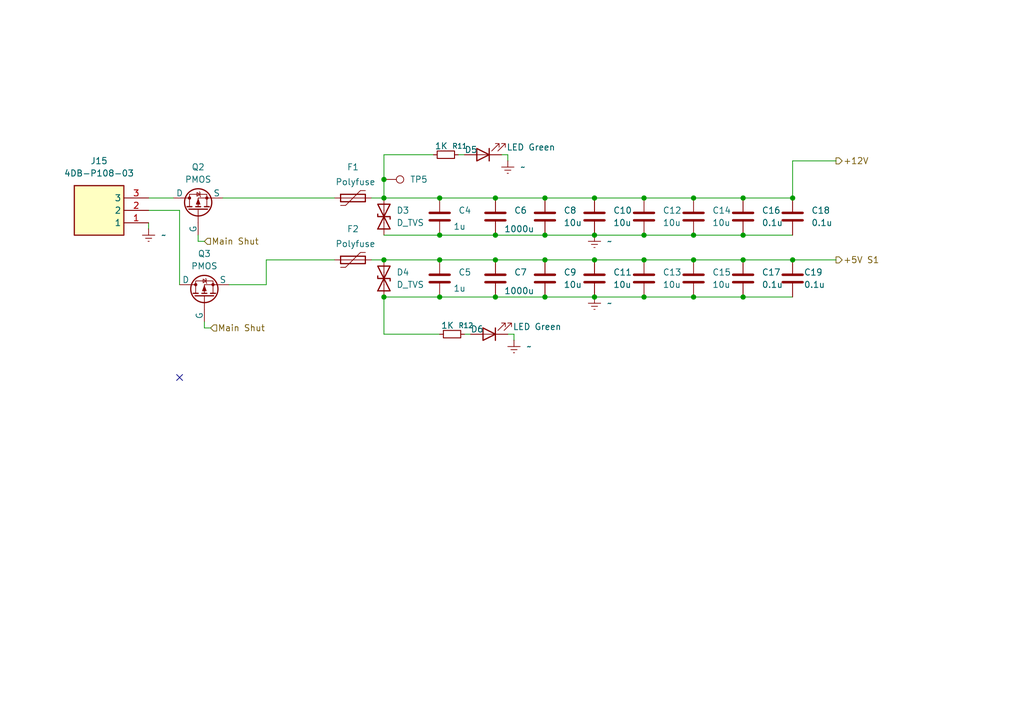
<source format=kicad_sch>
(kicad_sch (version 20250114) (generator "eeschema") (generator_version "9.0")
  (paper "A5")
  (lib_symbols
    (symbol "4DB-P108-03:4DB-P108-03"
      (property "Reference" "J" (at 16.51 7.62 0))
      (property "Value" "4DB-P108-03" (at 16.51 5.08 0))
      (symbol "4DB-P108-03_1_1"
        (rectangle (start 5.08 2.54) (end 15.24 -7.62) (stroke (width 0.254)) (fill (type background)))
        (pin passive line (at 0 0 0) (length 5.08) (name "1") (number "1"))
        (pin passive line (at 0 -2.54 0) (length 5.08) (name "2") (number "2"))
        (pin passive line (at 0 -5.08 0) (length 5.08) (name "3") (number "3"))
      )
    )
    (symbol "Connector:TestPoint" (pin_numbers (hide yes)) (pin_names (offset 0.762) (hide yes))
      (property "Reference" "TP" (at 0 6.858 0))
      (property "Value" "TestPoint" (at 0 5.08 0))
      (symbol "TestPoint_0_1"
        (circle (center 0 3.302) (radius 0.762))
      )
      (symbol "TestPoint_1_1"
        (pin passive line (at 0 0 90) (length 2.54) (name "1") (number "1"))
      )
    )
    (symbol "Device:C" (pin_numbers (hide yes)) (pin_names (offset 0.254))
      (property "Reference" "C" (at 0.635 2.54 0))
      (property "Value" "C" (at 0.635 -2.54 0))
      (symbol "C_0_1"
        (polyline (pts (xy -2.032 0.762) (xy 2.032 0.762)) (stroke (width 0.508)))
        (polyline (pts (xy -2.032 -0.762) (xy 2.032 -0.762)) (stroke (width 0.508)))
      )
      (symbol "C_1_1"
        (pin passive line (at 0 3.81 270) (length 2.794) (name "~") (number "1"))
        (pin passive line (at 0 -3.81 90) (length 2.794) (name "~") (number "2"))
      )
    )
    (symbol "Device:D_TVS" (pin_numbers (hide yes)) (pin_names (offset 1.016) (hide yes))
      (property "Reference" "D" (at 0 2.54 0))
      (property "Value" "D_TVS" (at 0 -2.54 0))
      (symbol "D_TVS_0_1"
        (polyline (pts (xy -2.54 1.27) (xy -2.54 -1.27) (xy 2.54 1.27) (xy 2.54 -1.27) (xy -2.54 1.27)) (stroke (width 0.254)))
        (polyline (pts (xy 0.508 1.27) (xy 0 1.27) (xy 0 -1.27) (xy -0.508 -1.27)) (stroke (width 0.254)))
        (polyline (pts (xy 1.27 0) (xy -1.27 0)))
      )
      (symbol "D_TVS_1_1"
        (pin passive line (at -3.81 0 0) (length 2.54) (name "A1") (number "1"))
        (pin passive line (at 3.81 0 180) (length 2.54) (name "A2") (number "2"))
      )
    )
    (symbol "Device:LED" (pin_numbers (hide yes)) (pin_names (offset 1.016) (hide yes))
      (property "Reference" "D" (at 0 2.54 0))
      (property "Value" "LED" (at 0 -2.54 0))
      (symbol "LED_0_1"
        (polyline (pts (xy -3.048 -0.762) (xy -4.572 -2.286) (xy -3.81 -2.286) (xy -4.572 -2.286) (xy -4.572 -1.524)))
        (polyline (pts (xy -1.778 -0.762) (xy -3.302 -2.286) (xy -2.54 -2.286) (xy -3.302 -2.286) (xy -3.302 -1.524)))
        (polyline (pts (xy -1.27 0) (xy 1.27 0)))
        (polyline (pts (xy -1.27 -1.27) (xy -1.27 1.27)) (stroke (width 0.254)))
        (polyline (pts (xy 1.27 -1.27) (xy 1.27 1.27) (xy -1.27 0) (xy 1.27 -1.27)) (stroke (width 0.254)))
      )
      (symbol "LED_1_1"
        (pin passive line (at -3.81 0 0) (length 2.54) (name "K") (number "1"))
        (pin passive line (at 3.81 0 180) (length 2.54) (name "A") (number "2"))
      )
    )
    (symbol "Device:Polyfuse" (pin_numbers (hide yes)) (pin_names (offset 0))
      (property "Reference" "F" (at -2.54 0 90))
      (property "Value" "Polyfuse" (at 2.54 0 90))
      (symbol "Polyfuse_0_1"
        (polyline (pts (xy -1.524 2.54) (xy -1.524 1.524) (xy 1.524 -1.524) (xy 1.524 -2.54)))
        (rectangle (start -0.762 2.54) (end 0.762 -2.54) (stroke (width 0.254)))
        (polyline (pts (xy 0 2.54) (xy 0 -2.54)))
      )
      (symbol "Polyfuse_1_1"
        (pin passive line (at 0 3.81 270) (length 1.27) (name "~") (number "1"))
        (pin passive line (at 0 -3.81 90) (length 1.27) (name "~") (number "2"))
      )
    )
    (symbol "Device:R_Small" (pin_numbers (hide yes)) (pin_names (offset 0.254) (hide yes))
      (property "Reference" "R" (at 0 0 90))
      (property "Value" "R_Small" (at 1.778 0 90))
      (symbol "R_Small_0_1"
        (rectangle (start -0.762 1.778) (end 0.762 -1.778) (stroke (width 0.2032)))
      )
      (symbol "R_Small_1_1"
        (pin passive line (at 0 2.54 270) (length 0.762) (name "~") (number "1"))
        (pin passive line (at 0 -2.54 90) (length 0.762) (name "~") (number "2"))
      )
    )
    (symbol "Simulation_SPICE:PMOS" (pin_numbers (hide yes)) (pin_names (offset 0))
      (property "Reference" "Q" (at 5.08 1.27 0))
      (property "Value" "PMOS" (at 5.08 -1.27 0))
      (symbol "PMOS_0_1"
        (polyline (pts (xy 0.254 1.905) (xy 0.254 -1.905)) (stroke (width 0.254)))
        (polyline (pts (xy 0.254 0) (xy -2.54 0)))
        (polyline (pts (xy 0.762 2.286) (xy 0.762 1.27)) (stroke (width 0.254)))
        (polyline (pts (xy 0.762 1.778) (xy 3.302 1.778) (xy 3.302 -1.778) (xy 0.762 -1.778)))
        (polyline (pts (xy 0.762 0.508) (xy 0.762 -0.508)) (stroke (width 0.254)))
        (polyline (pts (xy 0.762 -1.27) (xy 0.762 -2.286)) (stroke (width 0.254)))
        (circle (center 1.651 0) (radius 2.794) (stroke (width 0.254)))
        (polyline (pts (xy 2.286 0) (xy 1.27 0.381) (xy 1.27 -0.381) (xy 2.286 0)) (fill (type outline)))
        (polyline (pts (xy 2.54 2.54) (xy 2.54 1.778)))
        (circle (center 2.54 1.778) (radius 0.254) (fill (type outline)))
        (circle (center 2.54 -1.778) (radius 0.254) (fill (type outline)))
        (polyline (pts (xy 2.54 -2.54) (xy 2.54 0) (xy 0.762 0)))
        (polyline (pts (xy 2.794 -0.508) (xy 2.921 -0.381) (xy 3.683 -0.381) (xy 3.81 -0.254)))
        (polyline (pts (xy 3.302 -0.381) (xy 2.921 0.254) (xy 3.683 0.254) (xy 3.302 -0.381)))
      )
      (symbol "PMOS_1_1"
        (pin input line (at -5.08 0 0) (length 2.54) (name "G") (number "2"))
        (pin passive line (at 2.54 5.08 270) (length 2.54) (name "D") (number "1"))
        (pin passive line (at 2.54 -5.08 90) (length 2.54) (name "S") (number "3"))
      )
    )
    (symbol "power:Earth" (power) (pin_numbers (hide yes)) (pin_names (offset 0) (hide yes))
      (property "Value" "Earth" (at 0 -3.81 0))
      (symbol "Earth_0_1"
        (polyline (pts (xy -0.635 -1.905) (xy 0.635 -1.905)))
        (polyline (pts (xy -0.127 -2.54) (xy 0.127 -2.54)))
        (polyline (pts (xy 0 -1.27) (xy 0 0)))
        (polyline (pts (xy 1.27 -1.27) (xy -1.27 -1.27)))
      )
      (symbol "Earth_1_1"
        (pin power_in line (at 0 0 270) (length 0) (name "~") (number "1"))
      )
    )
  )
  (junction (at 152.4 48.26))
  (junction (at 142.24 40.64))
  (junction (at 90.17 40.64))
  (junction (at 121.92 60.96))
  (junction (at 78.74 36.83))
  (junction (at 111.76 60.96))
  (junction (at 152.4 40.64))
  (junction (at 121.92 53.34))
  (junction (at 132.08 48.26))
  (junction (at 142.24 60.96))
  (junction (at 162.56 53.34))
  (junction (at 111.76 40.64))
  (junction (at 101.6 60.96))
  (junction (at 132.08 40.64))
  (junction (at 90.17 53.34))
  (junction (at 152.4 53.34))
  (junction (at 101.6 48.26))
  (junction (at 152.4 60.96))
  (junction (at 121.92 48.26))
  (junction (at 162.56 40.64))
  (junction (at 142.24 53.34))
  (junction (at 142.24 48.26))
  (junction (at 101.6 53.34))
  (junction (at 78.74 53.34))
  (junction (at 90.17 48.26))
  (junction (at 111.76 53.34))
  (junction (at 121.92 40.64))
  (junction (at 111.76 48.26))
  (junction (at 78.74 60.96))
  (junction (at 101.6 40.64))
  (junction (at 132.08 60.96))
  (junction (at 132.08 53.34))
  (junction (at 78.74 40.64))
  (junction (at 90.17 60.96))
  (no_connect (at 36.83 77.47))
  (wire (pts (xy 76.2 40.64) (xy 78.74 40.64)))
  (wire (pts (xy 111.76 60.96) (xy 121.92 60.96)))
  (wire (pts (xy 111.76 48.26) (xy 121.92 48.26)))
  (wire (pts (xy 78.74 31.75) (xy 88.9 31.75)))
  (wire (pts (xy 132.08 60.96) (xy 142.24 60.96)))
  (wire (pts (xy 101.6 60.96) (xy 90.17 60.96)))
  (wire (pts (xy 111.76 60.96) (xy 101.6 60.96)))
  (wire (pts (xy 152.4 40.64) (xy 162.56 40.64)))
  (wire (pts (xy 45.72 40.64) (xy 68.58 40.64)))
  (wire (pts (xy 36.83 43.18) (xy 36.83 58.42)))
  (wire (pts (xy 95.25 68.58) (xy 96.52 68.58)))
  (wire (pts (xy 152.4 60.96) (xy 162.56 60.96)))
  (wire (pts (xy 111.76 48.26) (xy 101.6 48.26)))
  (wire (pts (xy 30.48 40.64) (xy 35.56 40.64)))
  (wire (pts (xy 30.48 43.18) (xy 36.83 43.18)))
  (wire (pts (xy 132.08 40.64) (xy 121.92 40.64)))
  (wire (pts (xy 162.56 53.34) (xy 152.4 53.34)))
  (wire (pts (xy 54.61 53.34) (xy 54.61 58.42)))
  (wire (pts (xy 93.98 31.75) (xy 95.25 31.75)))
  (wire (pts (xy 152.4 40.64) (xy 142.24 40.64)))
  (wire (pts (xy 78.74 53.34) (xy 90.17 53.34)))
  (wire (pts (xy 105.41 68.58) (xy 104.14 68.58)))
  (wire (pts (xy 78.74 48.26) (xy 90.17 48.26)))
  (wire (pts (xy 152.4 53.34) (xy 142.24 53.34)))
  (wire (pts (xy 41.91 66.04) (xy 41.91 67.31)))
  (wire (pts (xy 162.56 33.02) (xy 171.45 33.02)))
  (wire (pts (xy 142.24 53.34) (xy 132.08 53.34)))
  (wire (pts (xy 121.92 40.64) (xy 111.76 40.64)))
  (wire (pts (xy 132.08 53.34) (xy 121.92 53.34)))
  (wire (pts (xy 40.64 49.53) (xy 41.91 49.53)))
  (wire (pts (xy 90.17 40.64) (xy 101.6 40.64)))
  (wire (pts (xy 121.92 48.26) (xy 132.08 48.26)))
  (wire (pts (xy 132.08 48.26) (xy 142.24 48.26)))
  (wire (pts (xy 41.91 67.31) (xy 43.18 67.31)))
  (wire (pts (xy 111.76 40.64) (xy 101.6 40.64)))
  (wire (pts (xy 162.56 53.34) (xy 171.45 53.34)))
  (wire (pts (xy 30.48 45.72) (xy 30.48 46.99)))
  (wire (pts (xy 162.56 40.64) (xy 162.56 33.02)))
  (wire (pts (xy 104.14 33.02) (xy 104.14 31.75)))
  (wire (pts (xy 76.2 53.34) (xy 78.74 53.34)))
  (wire (pts (xy 121.92 53.34) (xy 111.76 53.34)))
  (wire (pts (xy 78.74 36.83) (xy 78.74 31.75)))
  (wire (pts (xy 90.17 68.58) (xy 78.74 68.58)))
  (wire (pts (xy 121.92 60.96) (xy 132.08 60.96)))
  (wire (pts (xy 142.24 40.64) (xy 132.08 40.64)))
  (wire (pts (xy 152.4 48.26) (xy 162.56 48.26)))
  (wire (pts (xy 142.24 60.96) (xy 152.4 60.96)))
  (wire (pts (xy 105.41 69.85) (xy 105.41 68.58)))
  (wire (pts (xy 111.76 53.34) (xy 101.6 53.34)))
  (wire (pts (xy 40.64 49.53) (xy 40.64 48.26)))
  (wire (pts (xy 101.6 48.26) (xy 90.17 48.26)))
  (wire (pts (xy 78.74 68.58) (xy 78.74 60.96)))
  (wire (pts (xy 78.74 60.96) (xy 90.17 60.96)))
  (wire (pts (xy 78.74 40.64) (xy 90.17 40.64)))
  (wire (pts (xy 90.17 53.34) (xy 101.6 53.34)))
  (wire (pts (xy 54.61 58.42) (xy 46.99 58.42)))
  (wire (pts (xy 54.61 53.34) (xy 68.58 53.34)))
  (wire (pts (xy 142.24 48.26) (xy 152.4 48.26)))
  (wire (pts (xy 104.14 31.75) (xy 102.87 31.75)))
  (wire (pts (xy 78.74 40.64) (xy 78.74 36.83)))
  (hierarchical_label "Main Shut" (shape input) (at 43.18 67.31 0))
  (hierarchical_label "+5V S1" (shape output) (at 171.45 53.34 0))
  (hierarchical_label "Main Shut" (shape input) (at 41.91 49.53 0))
  (hierarchical_label "+12V" (shape output) (at 171.45 33.02 0))
  (symbol (lib_id "Device:R_Small") (at 91.44 31.75 270) (mirror x) (unit 1)
    (property "Reference" "R11" (at 92.71 29.972 90) (effects (font (size 1.016 1.016)) (justify left)))
    (property "Value" "1K" (at 89.154 29.972 90) (effects (justify left)))
    (property "Footprint" "Resistor_SMD:R_0603_1608Metric" (effects (hide yes)))
    (property "Description" "Resistor, small symbol" (effects (hide yes)))
  )
  (symbol (lib_id "Device:C") (at 90.17 44.45 0) (unit 1)
    (property "Reference" "C4" (at 93.98 43.1799 0) (effects (justify left)))
    (property "Value" "1u" (at 92.964 46.482 0) (effects (justify left)))
    (property "Footprint" "Capacitor_SMD:C_0603_1608Metric" (effects (hide yes)))
    (property "Description" "Unpolarized capacitor" (effects (hide yes)))
  )
  (symbol (lib_id "power:Earth") (at 30.48 46.99 0) (unit 1)
    (property "Reference" "#PWR030" (effects (hide yes)))
    (property "Value" "~" (at 33.02 48.26 0) (effects (justify left)))
    (property "Description" "Power symbol creates a global label with name \"Earth\"" (effects (hide yes)))
  )
  (symbol (lib_id "Device:C") (at 121.92 44.45 0) (unit 1)
    (property "Reference" "C10" (at 125.73 43.1799 0) (effects (justify left)))
    (property "Value" "10u" (at 125.73 45.7199 0) (effects (justify left)))
    (property "Footprint" "Capacitor_SMD:C_0603_1608Metric" (effects (hide yes)))
    (property "Description" "Unpolarized capacitor" (effects (hide yes)))
  )
  (symbol (lib_id "Device:LED") (at 100.33 68.58 180) (unit 1)
    (property "Reference" "D6" (at 96.52 67.564 0) (effects (justify right)))
    (property "Value" "LED Green" (at 105.156 67.056 0) (effects (justify right)))
    (property "Footprint" "LED_SMD:LED_0603_1608Metric" (effects (hide yes)))
    (property "Datasheet" "http://optoelectronics.liteon.com/upload/download/DS22-2000-226/LTST-S270KGKT.pdf" (effects (hide yes)))
    (property "Field4" "Digikey " (effects (hide yes)))
    (property "Field5" "LTST-S270KGKT" (effects (hide yes)))
    (property "Field6" "SML-A12M8TT86N" (effects (hide yes)))
    (property "Field7" "Rohm" (effects (hide yes)))
    (property "Field8" "650263301" (effects (hide yes)))
    (property "Part Description" "	Green 572nm LED Indication - Discrete 2.2V 2-SMD, No Lead" (effects (hide yes)))
  )
  (symbol (lib_id "Device:C") (at 152.4 57.15 0) (unit 1)
    (property "Reference" "C17" (at 156.21 55.8799 0) (effects (justify left)))
    (property "Value" "0.1u" (at 156.21 58.4199 0) (effects (justify left)))
    (property "Footprint" "Capacitor_SMD:C_0603_1608Metric" (effects (hide yes)))
    (property "Description" "Unpolarized capacitor" (effects (hide yes)))
  )
  (symbol (lib_id "Simulation_SPICE:PMOS") (at 41.91 60.96 90) (unit 1)
    (property "Reference" "Q3" (at 41.91 52.07 90))
    (property "Value" "PMOS" (at 41.91 54.61 90))
    (property "Footprint" "IRF7425TRPBF:SOIC127P600X175-8N" (effects (hide yes)))
    (property "Datasheet" "https://ngspice.sourceforge.io/docs/ngspice-html-manual/manual.xhtml#cha_MOSFETs" (effects (hide yes)))
    (property "Description" "P-MOSFET transistor, drain/source/gate" (effects (hide yes)))
    (property "Sim.Device" "PMOS" (effects (hide yes)))
    (property "Sim.Type" "VDMOS" (effects (hide yes)))
    (property "Sim.Pins" "1=D 2=G 3=S" (effects (hide yes)))
  )
  (symbol (lib_id "Device:C") (at 121.92 57.15 0) (unit 1)
    (property "Reference" "C11" (at 125.73 55.8799 0) (effects (justify left)))
    (property "Value" "10u" (at 125.73 58.4199 0) (effects (justify left)))
    (property "Footprint" "Capacitor_SMD:C_0603_1608Metric" (effects (hide yes)))
    (property "Description" "Unpolarized capacitor" (effects (hide yes)))
  )
  (symbol (lib_id "Device:C") (at 162.56 44.45 0) (unit 1)
    (property "Reference" "C18" (at 166.37 43.1799 0) (effects (justify left)))
    (property "Value" "0.1u" (at 166.37 45.7199 0) (effects (justify left)))
    (property "Footprint" "Capacitor_SMD:C_0603_1608Metric" (effects (hide yes)))
    (property "Description" "Unpolarized capacitor" (effects (hide yes)))
  )
  (symbol (lib_id "Device:C") (at 111.76 44.45 0) (unit 1)
    (property "Reference" "C8" (at 115.57 43.1799 0) (effects (justify left)))
    (property "Value" "10u" (at 115.57 45.7199 0) (effects (justify left)))
    (property "Footprint" "Capacitor_SMD:C_0603_1608Metric" (effects (hide yes)))
    (property "Description" "Unpolarized capacitor" (effects (hide yes)))
  )
  (symbol (lib_id "Device:C") (at 101.6 57.15 0) (unit 1)
    (property "Reference" "C7" (at 105.41 55.8799 0) (effects (justify left)))
    (property "Value" "1000u" (at 103.378 59.69 0) (effects (justify left)))
    (property "Footprint" "Capacitor_SMD:C_0603_1608Metric" (effects (hide yes)))
    (property "Description" "Unpolarized capacitor" (effects (hide yes)))
  )
  (symbol (lib_id "Connector:TestPoint") (at 78.74 36.83 270) (unit 1)
    (property "Reference" "TP5" (at 84.074 36.83 90) (effects (justify left)))
    (property "Value" "TestPoint" (effects (hide yes)))
    (property "Footprint" "TestPoint:TestPoint_Pad_1.0x1.0mm" (effects (hide yes)))
    (property "Description" "test point" (effects (hide yes)))
  )
  (symbol (lib_id "power:Earth") (at 104.14 33.02 0) (unit 1)
    (property "Reference" "#PWR031" (effects (hide yes)))
    (property "Value" "~" (at 106.68 34.29 0) (effects (justify left)))
    (property "Description" "Power symbol creates a global label with name \"Earth\"" (effects (hide yes)))
  )
  (symbol (lib_id "Device:C") (at 142.24 57.15 0) (unit 1)
    (property "Reference" "C15" (at 146.05 55.8799 0) (effects (justify left)))
    (property "Value" "10u" (at 146.05 58.4199 0) (effects (justify left)))
    (property "Footprint" "Capacitor_SMD:C_0603_1608Metric" (effects (hide yes)))
    (property "Description" "Unpolarized capacitor" (effects (hide yes)))
  )
  (symbol (lib_id "Simulation_SPICE:PMOS") (at 40.64 43.18 90) (unit 1)
    (property "Reference" "Q2" (at 40.64 34.29 90))
    (property "Value" "PMOS" (at 40.64 36.83 90))
    (property "Footprint" "IRF7425TRPBF:SOIC127P600X175-8N" (effects (hide yes)))
    (property "Datasheet" "https://ngspice.sourceforge.io/docs/ngspice-html-manual/manual.xhtml#cha_MOSFETs" (effects (hide yes)))
    (property "Description" "P-MOSFET transistor, drain/source/gate" (effects (hide yes)))
    (property "Sim.Device" "PMOS" (effects (hide yes)))
    (property "Sim.Type" "VDMOS" (effects (hide yes)))
    (property "Sim.Pins" "1=D 2=G 3=S" (effects (hide yes)))
  )
  (symbol (lib_id "Device:C") (at 162.56 57.15 0) (unit 1)
    (property "Reference" "C19" (at 164.846 55.88 0) (effects (justify left)))
    (property "Value" "0.1u" (at 164.846 58.42 0) (effects (justify left)))
    (property "Footprint" "Capacitor_SMD:C_0603_1608Metric" (effects (hide yes)))
    (property "Description" "Unpolarized capacitor" (effects (hide yes)))
  )
  (symbol (lib_id "power:Earth") (at 121.92 60.96 0) (unit 1)
    (property "Reference" "#PWR034" (effects (hide yes)))
    (property "Value" "~" (at 124.46 62.23 0) (effects (justify left)))
    (property "Description" "Power symbol creates a global label with name \"Earth\"" (effects (hide yes)))
  )
  (symbol (lib_id "power:Earth") (at 105.41 69.85 0) (unit 1)
    (property "Reference" "#PWR032" (effects (hide yes)))
    (property "Value" "~" (at 107.95 71.12 0) (effects (justify left)))
    (property "Description" "Power symbol creates a global label with name \"Earth\"" (effects (hide yes)))
  )
  (symbol (lib_id "4DB-P108-03:4DB-P108-03") (at 30.48 45.72 180) (unit 1)
    (property "Reference" "J15" (at 20.32 33.02 0))
    (property "Value" "4DB-P108-03" (at 20.32 35.56 0))
    (property "Footprint" "4DB-P108-03:4DBP10803" (effects (hide yes)))
    (property "Datasheet" "https://www.mouser.co.il/datasheet/2/418/9/ENG_CD_2_1437667_4_N9-624224.pdfhttps://www.te.com/commerce/DocumentDelivery/DDEController?Action=srchrtrv&DocNm=1-1773458-2_BARRIER_STRIPS_QRG&DocType=Data%20Sheet&DocLang=English&PartCntxt=2-1437667-5&DocFormat" (effects (hide yes)))
    (property "Description" "Dual Barrier, Printed Circuit Pin, Wire-to-Board, 3 Position, 8.26 mm [.325 in] Centerline, 1 Row, Buchanan 4DB Series, Barrier Strips" (effects (hide yes)))
    (property "Height" "13.589" (effects (hide yes)))
    (property "Manufacturer_Name" "TE Connectivity" (effects (hide yes)))
    (property "Manufacturer_Part_Number" "4DB-P108-03" (effects (hide yes)))
    (property "Mouser Part Number" "571-214376675" (effects (hide yes)))
    (property "Mouser Price/Stock" "https://www.mouser.co.uk/ProductDetail/TE-Connectivity/4DB-P108-03?qs=cX92MwKKzGt2YIn2dZcfJQ%3D%3D" (effects (hide yes)))
    (property "Arrow Part Number" "4DB-P108-03" (effects (hide yes)))
    (property "Arrow Price/Stock" "https://www.arrow.com/en/products/4db-p108-03/te-connectivity?utm_currency=USD&region=nac" (effects (hide yes)))
  )
  (symbol (lib_id "Device:C") (at 142.24 44.45 0) (unit 1)
    (property "Reference" "C14" (at 146.05 43.1799 0) (effects (justify left)))
    (property "Value" "10u" (at 146.05 45.7199 0) (effects (justify left)))
    (property "Footprint" "Capacitor_SMD:C_0603_1608Metric" (effects (hide yes)))
    (property "Description" "Unpolarized capacitor" (effects (hide yes)))
  )
  (symbol (lib_id "power:Earth") (at 121.92 48.26 0) (unit 1)
    (property "Reference" "#PWR033" (effects (hide yes)))
    (property "Value" "~" (at 124.46 49.53 0) (effects (justify left)))
    (property "Description" "Power symbol creates a global label with name \"Earth\"" (effects (hide yes)))
  )
  (symbol (lib_id "Device:C") (at 101.6 44.45 0) (unit 1)
    (property "Reference" "C6" (at 105.41 43.1799 0) (effects (justify left)))
    (property "Value" "1000u" (at 103.378 46.99 0) (effects (justify left)))
    (property "Footprint" "Capacitor_SMD:C_0603_1608Metric" (effects (hide yes)))
    (property "Description" "Unpolarized capacitor" (effects (hide yes)))
  )
  (symbol (lib_id "Device:C") (at 132.08 57.15 0) (unit 1)
    (property "Reference" "C13" (at 135.89 55.8799 0) (effects (justify left)))
    (property "Value" "10u" (at 135.89 58.4199 0) (effects (justify left)))
    (property "Footprint" "Capacitor_SMD:C_0603_1608Metric" (effects (hide yes)))
    (property "Description" "Unpolarized capacitor" (effects (hide yes)))
  )
  (symbol (lib_id "Device:LED") (at 99.06 31.75 180) (unit 1)
    (property "Reference" "D5" (at 95.25 30.734 0) (effects (justify right)))
    (property "Value" "LED Green" (at 103.886 30.226 0) (effects (justify right)))
    (property "Footprint" "LED_SMD:LED_0603_1608Metric" (effects (hide yes)))
    (property "Datasheet" "http://optoelectronics.liteon.com/upload/download/DS22-2000-226/LTST-S270KGKT.pdf" (effects (hide yes)))
    (property "Field4" "Digikey " (effects (hide yes)))
    (property "Field5" "LTST-S270KGKT" (effects (hide yes)))
    (property "Field6" "SML-A12M8TT86N" (effects (hide yes)))
    (property "Field7" "Rohm" (effects (hide yes)))
    (property "Field8" "650263301" (effects (hide yes)))
    (property "Part Description" "	Green 572nm LED Indication - Discrete 2.2V 2-SMD, No Lead" (effects (hide yes)))
  )
  (symbol (lib_id "Device:C") (at 132.08 44.45 0) (unit 1)
    (property "Reference" "C12" (at 135.89 43.1799 0) (effects (justify left)))
    (property "Value" "10u" (at 135.89 45.7199 0) (effects (justify left)))
    (property "Footprint" "Capacitor_SMD:C_0603_1608Metric" (effects (hide yes)))
    (property "Description" "Unpolarized capacitor" (effects (hide yes)))
  )
  (symbol (lib_id "Device:D_TVS") (at 78.74 44.45 90) (unit 1)
    (property "Reference" "D3" (at 81.28 43.1799 90) (effects (justify right)))
    (property "Value" "D_TVS" (at 81.28 45.7199 90) (effects (justify right)))
    (property "Footprint" "SMBJ12A:SMBJ12A" (effects (hide yes)))
    (property "Description" "Bidirectional transient-voltage-suppression diode" (effects (hide yes)))
  )
  (symbol (lib_id "Device:C") (at 111.76 57.15 0) (unit 1)
    (property "Reference" "C9" (at 115.57 55.8799 0) (effects (justify left)))
    (property "Value" "10u" (at 115.57 58.4199 0) (effects (justify left)))
    (property "Footprint" "Capacitor_SMD:C_0603_1608Metric" (effects (hide yes)))
    (property "Description" "Unpolarized capacitor" (effects (hide yes)))
  )
  (symbol (lib_id "Device:C") (at 152.4 44.45 0) (unit 1)
    (property "Reference" "C16" (at 156.21 43.1799 0) (effects (justify left)))
    (property "Value" "0.1u" (at 156.21 45.7199 0) (effects (justify left)))
    (property "Footprint" "Capacitor_SMD:C_0603_1608Metric" (effects (hide yes)))
    (property "Description" "Unpolarized capacitor" (effects (hide yes)))
  )
  (symbol (lib_id "Device:C") (at 90.17 57.15 0) (unit 1)
    (property "Reference" "C5" (at 93.98 55.8799 0) (effects (justify left)))
    (property "Value" "1u" (at 92.964 59.182 0) (effects (justify left)))
    (property "Footprint" "Capacitor_SMD:C_0603_1608Metric" (effects (hide yes)))
    (property "Description" "Unpolarized capacitor" (effects (hide yes)))
  )
  (symbol (lib_id "Device:Polyfuse") (at 72.39 40.64 90) (unit 1)
    (property "Reference" "F1" (at 72.39 34.29 90))
    (property "Value" "Polyfuse" (at 72.898 37.338 90))
    (property "Footprint" "RGEF1200:RGEF1200" (effects (hide yes)))
    (property "Description" "Resettable fuse, polymeric positive temperature coefficient" (effects (hide yes)))
  )
  (symbol (lib_id "Device:D_TVS") (at 78.74 57.15 90) (unit 1)
    (property "Reference" "D4" (at 81.28 55.8799 90) (effects (justify right)))
    (property "Value" "D_TVS" (at 81.28 58.4199 90) (effects (justify right)))
    (property "Footprint" "SMBJ5.0A:SMBJ5.0A" (effects (hide yes)))
    (property "Description" "Bidirectional transient-voltage-suppression diode" (effects (hide yes)))
  )
  (symbol (lib_id "Device:R_Small") (at 92.71 68.58 270) (mirror x) (unit 1)
    (property "Reference" "R12" (at 93.98 66.802 90) (effects (font (size 1.016 1.016)) (justify left)))
    (property "Value" "1K" (at 90.424 66.802 90) (effects (justify left)))
    (property "Footprint" "Resistor_SMD:R_0603_1608Metric" (effects (hide yes)))
    (property "Description" "Resistor, small symbol" (effects (hide yes)))
  )
  (symbol (lib_id "Device:Polyfuse") (at 72.39 53.34 90) (unit 1)
    (property "Reference" "F2" (at 72.39 46.99 90))
    (property "Value" "Polyfuse" (at 72.898 50.038 90))
    (property "Footprint" "RGEF1200:RGEF1200" (effects (hide yes)))
    (property "Description" "Resettable fuse, polymeric positive temperature coefficient" (effects (hide yes)))
  )
)
</source>
